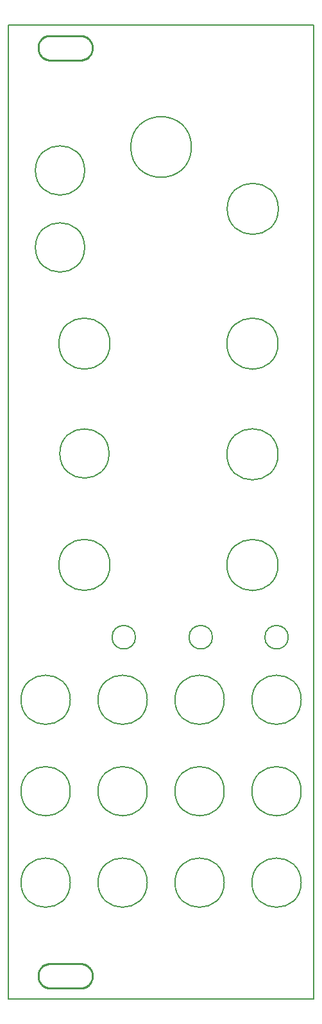
<source format=gbr>
%TF.GenerationSoftware,KiCad,Pcbnew,8.0.5*%
%TF.CreationDate,2025-08-28T15:22:09-04:00*%
%TF.ProjectId,ugrids-panel,75677269-6473-42d7-9061-6e656c2e6b69,rev?*%
%TF.SameCoordinates,Original*%
%TF.FileFunction,Profile,NP*%
%FSLAX46Y46*%
G04 Gerber Fmt 4.6, Leading zero omitted, Abs format (unit mm)*
G04 Created by KiCad (PCBNEW 8.0.5) date 2025-08-28 15:22:09*
%MOMM*%
%LPD*%
G01*
G04 APERTURE LIST*
%TA.AperFunction,Profile*%
%ADD10C,0.249766*%
%TD*%
%TA.AperFunction,Profile*%
%ADD11C,0.200000*%
%TD*%
G04 APERTURE END LIST*
D10*
X63792917Y-34430000D02*
X63835077Y-34439192D01*
X63882893Y-34451049D01*
X63935776Y-34465931D01*
X63993136Y-34484199D01*
X64054383Y-34506214D01*
X64118927Y-34532337D01*
X64186179Y-34562929D01*
X64255548Y-34598350D01*
X64326446Y-34638962D01*
X64398283Y-34685126D01*
X64434369Y-34710402D01*
X64470468Y-34737202D01*
X64506508Y-34765570D01*
X64542413Y-34795551D01*
X64578110Y-34827191D01*
X64613526Y-34860535D01*
X64648588Y-34895627D01*
X64683220Y-34932513D01*
X64754562Y-35016401D01*
X64817465Y-35101306D01*
X64872460Y-35186557D01*
X64920080Y-35271478D01*
X64960855Y-35355395D01*
X64995318Y-35437635D01*
X65024000Y-35517522D01*
X65047434Y-35594385D01*
X65066151Y-35667547D01*
X65080683Y-35736335D01*
X65091562Y-35800075D01*
X65099319Y-35858093D01*
X65107597Y-35954267D01*
X65109770Y-36019464D01*
X65108060Y-36085474D01*
X65105504Y-36127696D01*
X65101269Y-36175429D01*
X65094950Y-36228199D01*
X65086139Y-36285529D01*
X65074430Y-36346944D01*
X65059415Y-36411968D01*
X65040687Y-36480127D01*
X65017839Y-36550945D01*
X64990465Y-36623946D01*
X64958156Y-36698656D01*
X64920507Y-36774598D01*
X64899552Y-36812883D01*
X64877109Y-36851298D01*
X64853128Y-36889784D01*
X64827557Y-36928280D01*
X64800345Y-36966728D01*
X64771442Y-37005068D01*
X64735559Y-37049547D01*
X64698889Y-37091802D01*
X64661536Y-37131891D01*
X64623603Y-37169871D01*
X64546405Y-37239730D01*
X64468119Y-37301834D01*
X64389564Y-37356640D01*
X64311564Y-37404602D01*
X64234938Y-37446176D01*
X64160509Y-37481816D01*
X64089098Y-37511978D01*
X64021527Y-37537118D01*
X63958617Y-37557691D01*
X63901191Y-37574152D01*
X63806072Y-37596558D01*
X63742742Y-37607980D01*
X59274121Y-37607980D01*
X59214190Y-37597915D01*
X59172554Y-37589341D01*
X59124143Y-37577818D01*
X59069711Y-37562905D01*
X59010012Y-37544163D01*
X58945799Y-37521150D01*
X58877828Y-37493426D01*
X58806851Y-37460551D01*
X58733622Y-37422084D01*
X58658897Y-37377584D01*
X58621208Y-37352935D01*
X58583427Y-37326612D01*
X58545649Y-37298560D01*
X58507968Y-37268726D01*
X58470478Y-37237052D01*
X58433274Y-37203485D01*
X58396449Y-37167970D01*
X58360097Y-37130450D01*
X58324314Y-37090872D01*
X58289193Y-37049180D01*
X58226458Y-36966407D01*
X58171660Y-36883174D01*
X58124274Y-36800081D01*
X58083768Y-36717729D01*
X58049616Y-36636717D01*
X58021288Y-36557646D01*
X57998256Y-36481115D01*
X57979991Y-36407725D01*
X57965965Y-36338075D01*
X57955648Y-36272766D01*
X57948513Y-36212397D01*
X57944031Y-36157569D01*
X57940912Y-36066935D01*
X57942060Y-36005664D01*
X57939692Y-35947843D01*
X57939532Y-35906619D01*
X57940851Y-35858075D01*
X57944244Y-35802878D01*
X57950308Y-35741695D01*
X57959640Y-35675192D01*
X57972836Y-35604037D01*
X57990493Y-35528896D01*
X58013208Y-35450436D01*
X58041577Y-35369325D01*
X58058067Y-35327983D01*
X58076196Y-35286229D01*
X58096036Y-35244144D01*
X58117662Y-35201814D01*
X58141149Y-35159321D01*
X58166572Y-35116748D01*
X58194004Y-35074179D01*
X58223522Y-35031698D01*
X58255198Y-34989387D01*
X58289108Y-34947330D01*
X58324724Y-34906336D01*
X58360989Y-34867515D01*
X58397808Y-34830807D01*
X58435085Y-34796153D01*
X58510627Y-34732769D01*
X58586844Y-34676887D01*
X58662968Y-34628030D01*
X58738230Y-34585723D01*
X58811860Y-34549489D01*
X58883087Y-34518854D01*
X58951144Y-34493340D01*
X59015261Y-34472471D01*
X59074667Y-34455772D01*
X59128594Y-34442767D01*
X59216933Y-34425934D01*
X59274121Y-34418164D01*
X63727926Y-34418164D01*
X63792917Y-34430000D01*
X63792917Y-156900478D02*
X63835077Y-156909670D01*
X63882893Y-156921527D01*
X63935776Y-156936409D01*
X63993136Y-156954677D01*
X64054383Y-156976692D01*
X64118927Y-157002815D01*
X64186179Y-157033407D01*
X64255548Y-157068828D01*
X64326446Y-157109440D01*
X64398283Y-157155604D01*
X64434369Y-157180880D01*
X64470468Y-157207680D01*
X64506508Y-157236048D01*
X64542413Y-157266029D01*
X64578110Y-157297669D01*
X64613526Y-157331013D01*
X64648588Y-157366105D01*
X64683220Y-157402991D01*
X64754562Y-157486879D01*
X64817465Y-157571784D01*
X64872460Y-157657035D01*
X64920080Y-157741956D01*
X64960855Y-157825873D01*
X64995318Y-157908113D01*
X65024000Y-157988000D01*
X65047434Y-158064863D01*
X65066151Y-158138025D01*
X65080683Y-158206813D01*
X65091562Y-158270553D01*
X65099319Y-158328571D01*
X65107597Y-158424745D01*
X65109770Y-158489942D01*
X65108060Y-158555952D01*
X65105504Y-158598174D01*
X65101269Y-158645907D01*
X65094950Y-158698677D01*
X65086139Y-158756007D01*
X65074430Y-158817422D01*
X65059415Y-158882446D01*
X65040687Y-158950605D01*
X65017839Y-159021423D01*
X64990465Y-159094424D01*
X64958156Y-159169134D01*
X64920507Y-159245076D01*
X64899552Y-159283361D01*
X64877109Y-159321776D01*
X64853128Y-159360262D01*
X64827557Y-159398758D01*
X64800345Y-159437206D01*
X64771442Y-159475546D01*
X64735559Y-159520025D01*
X64698889Y-159562280D01*
X64661536Y-159602369D01*
X64623603Y-159640349D01*
X64546405Y-159710208D01*
X64468119Y-159772312D01*
X64389564Y-159827118D01*
X64311564Y-159875080D01*
X64234938Y-159916654D01*
X64160509Y-159952294D01*
X64089098Y-159982456D01*
X64021527Y-160007596D01*
X63958617Y-160028169D01*
X63901191Y-160044630D01*
X63806072Y-160067036D01*
X63742742Y-160078458D01*
X59274121Y-160078458D01*
X59214190Y-160068393D01*
X59172554Y-160059819D01*
X59124143Y-160048296D01*
X59069711Y-160033383D01*
X59010012Y-160014641D01*
X58945799Y-159991628D01*
X58877828Y-159963904D01*
X58806851Y-159931029D01*
X58733622Y-159892562D01*
X58658897Y-159848062D01*
X58621208Y-159823413D01*
X58583427Y-159797090D01*
X58545649Y-159769038D01*
X58507968Y-159739204D01*
X58470478Y-159707530D01*
X58433274Y-159673963D01*
X58396449Y-159638448D01*
X58360097Y-159600928D01*
X58324314Y-159561350D01*
X58289193Y-159519658D01*
X58226458Y-159436885D01*
X58171660Y-159353652D01*
X58124274Y-159270559D01*
X58083768Y-159188207D01*
X58049616Y-159107195D01*
X58021288Y-159028124D01*
X57998256Y-158951593D01*
X57979991Y-158878203D01*
X57965965Y-158808553D01*
X57955648Y-158743244D01*
X57948513Y-158682875D01*
X57944031Y-158628047D01*
X57940912Y-158537413D01*
X57942060Y-158476142D01*
X57939692Y-158418321D01*
X57939532Y-158377097D01*
X57940851Y-158328553D01*
X57944244Y-158273356D01*
X57950308Y-158212173D01*
X57959640Y-158145670D01*
X57972836Y-158074515D01*
X57990493Y-157999374D01*
X58013208Y-157920914D01*
X58041577Y-157839803D01*
X58058067Y-157798461D01*
X58076196Y-157756707D01*
X58096036Y-157714622D01*
X58117662Y-157672292D01*
X58141149Y-157629799D01*
X58166572Y-157587226D01*
X58194004Y-157544657D01*
X58223522Y-157502176D01*
X58255198Y-157459865D01*
X58289108Y-157417808D01*
X58324724Y-157376814D01*
X58360989Y-157337993D01*
X58397808Y-157301285D01*
X58435085Y-157266631D01*
X58510627Y-157203247D01*
X58586844Y-157147365D01*
X58662968Y-157098508D01*
X58738230Y-157056201D01*
X58811860Y-157019967D01*
X58883087Y-156989332D01*
X58951144Y-156963818D01*
X59015261Y-156942949D01*
X59074667Y-156926250D01*
X59128594Y-156913245D01*
X59216933Y-156896412D01*
X59274121Y-156888642D01*
X63727926Y-156888642D01*
X63792917Y-156900478D01*
D11*
X64066600Y-62342400D02*
G75*
G02*
X57566600Y-62342400I-3250000J0D01*
G01*
X57566600Y-62342400D02*
G75*
G02*
X64066600Y-62342400I3250000J0D01*
G01*
X64066600Y-52182400D02*
G75*
G02*
X57566600Y-52182400I-3250000J0D01*
G01*
X57566600Y-52182400D02*
G75*
G02*
X64066600Y-52182400I3250000J0D01*
G01*
X92646600Y-146162400D02*
G75*
G02*
X86146600Y-146162400I-3250000J0D01*
G01*
X86146600Y-146162400D02*
G75*
G02*
X92646600Y-146162400I3250000J0D01*
G01*
X82486600Y-146162400D02*
G75*
G02*
X75986600Y-146162400I-3250000J0D01*
G01*
X75986600Y-146162400D02*
G75*
G02*
X82486600Y-146162400I3250000J0D01*
G01*
X72326600Y-146162400D02*
G75*
G02*
X65826600Y-146162400I-3250000J0D01*
G01*
X65826600Y-146162400D02*
G75*
G02*
X72326600Y-146162400I3250000J0D01*
G01*
X62166600Y-146162400D02*
G75*
G02*
X55666600Y-146162400I-3250000J0D01*
G01*
X55666600Y-146162400D02*
G75*
G02*
X62166600Y-146162400I3250000J0D01*
G01*
X92646600Y-134102400D02*
G75*
G02*
X86146600Y-134102400I-3250000J0D01*
G01*
X86146600Y-134102400D02*
G75*
G02*
X92646600Y-134102400I3250000J0D01*
G01*
X82486600Y-134102400D02*
G75*
G02*
X75986600Y-134102400I-3250000J0D01*
G01*
X75986600Y-134102400D02*
G75*
G02*
X82486600Y-134102400I3250000J0D01*
G01*
X72326600Y-134102400D02*
G75*
G02*
X65826600Y-134102400I-3250000J0D01*
G01*
X65826600Y-134102400D02*
G75*
G02*
X72326600Y-134102400I3250000J0D01*
G01*
X62166600Y-134102400D02*
G75*
G02*
X55666600Y-134102400I-3250000J0D01*
G01*
X55666600Y-134102400D02*
G75*
G02*
X62166600Y-134102400I3250000J0D01*
G01*
X92646600Y-122032400D02*
G75*
G02*
X86146600Y-122032400I-3250000J0D01*
G01*
X86146600Y-122032400D02*
G75*
G02*
X92646600Y-122032400I3250000J0D01*
G01*
X82486600Y-122032400D02*
G75*
G02*
X75986600Y-122032400I-3250000J0D01*
G01*
X75986600Y-122032400D02*
G75*
G02*
X82486600Y-122032400I3250000J0D01*
G01*
X72326600Y-122032400D02*
G75*
G02*
X65826600Y-122032400I-3250000J0D01*
G01*
X65826600Y-122032400D02*
G75*
G02*
X72326600Y-122032400I3250000J0D01*
G01*
X62166600Y-122032400D02*
G75*
G02*
X55666600Y-122032400I-3250000J0D01*
G01*
X55666600Y-122032400D02*
G75*
G02*
X62166600Y-122032400I3250000J0D01*
G01*
X70776600Y-113777400D02*
G75*
G02*
X67676600Y-113777400I-1550000J0D01*
G01*
X67676600Y-113777400D02*
G75*
G02*
X70776600Y-113777400I1550000J0D01*
G01*
X80936600Y-113777400D02*
G75*
G02*
X77836600Y-113777400I-1550000J0D01*
G01*
X77836600Y-113777400D02*
G75*
G02*
X80936600Y-113777400I1550000J0D01*
G01*
X90946600Y-113777400D02*
G75*
G02*
X87846600Y-113777400I-1550000J0D01*
G01*
X87846600Y-113777400D02*
G75*
G02*
X90946600Y-113777400I1550000J0D01*
G01*
X67411600Y-75032400D02*
G75*
G02*
X60661600Y-75032400I-3375000J0D01*
G01*
X60661600Y-75032400D02*
G75*
G02*
X67411600Y-75032400I3375000J0D01*
G01*
X67286600Y-89532400D02*
G75*
G02*
X60786600Y-89532400I-3250000J0D01*
G01*
X60786600Y-89532400D02*
G75*
G02*
X67286600Y-89532400I3250000J0D01*
G01*
X67411600Y-104232400D02*
G75*
G02*
X60661600Y-104232400I-3375000J0D01*
G01*
X60661600Y-104232400D02*
G75*
G02*
X67411600Y-104232400I3375000J0D01*
G01*
X89591600Y-104252400D02*
G75*
G02*
X82841600Y-104252400I-3375000J0D01*
G01*
X82841600Y-104252400D02*
G75*
G02*
X89591600Y-104252400I3375000J0D01*
G01*
X89591600Y-89642400D02*
G75*
G02*
X82841600Y-89642400I-3375000J0D01*
G01*
X82841600Y-89642400D02*
G75*
G02*
X89591600Y-89642400I3375000J0D01*
G01*
X89591600Y-75042400D02*
G75*
G02*
X82841600Y-75042400I-3375000J0D01*
G01*
X82841600Y-75042400D02*
G75*
G02*
X89591600Y-75042400I3375000J0D01*
G01*
X89633600Y-57247400D02*
G75*
G02*
X82883600Y-57247400I-3375000J0D01*
G01*
X82883600Y-57247400D02*
G75*
G02*
X89633600Y-57247400I3375000J0D01*
G01*
X78153600Y-49087400D02*
G75*
G02*
X70153600Y-49087400I-4000000J0D01*
G01*
X70153600Y-49087400D02*
G75*
G02*
X78153600Y-49087400I4000000J0D01*
G01*
X54006600Y-33000400D02*
X94306600Y-33000400D01*
X54006600Y-161500400D02*
X54006600Y-33000400D01*
X94306600Y-161500400D02*
X54006600Y-161500400D01*
X94306600Y-33000400D02*
X94306600Y-161500400D01*
M02*

</source>
